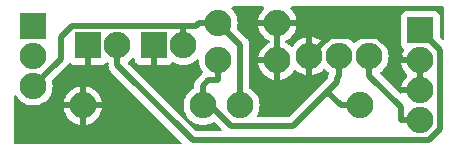
<source format=gbr>
%TF.GenerationSoftware,KiCad,Pcbnew,6.0.11+dfsg-1*%
%TF.CreationDate,2023-08-03T16:56:02+02:00*%
%TF.ProjectId,LittleJimmy,4c697474-6c65-44a6-996d-6d792e6b6963,2*%
%TF.SameCoordinates,Original*%
%TF.FileFunction,Copper,L2,Bot*%
%TF.FilePolarity,Positive*%
%FSLAX46Y46*%
G04 Gerber Fmt 4.6, Leading zero omitted, Abs format (unit mm)*
G04 Created by KiCad (PCBNEW 6.0.11+dfsg-1) date 2023-08-03 16:56:02*
%MOMM*%
%LPD*%
G01*
G04 APERTURE LIST*
%TA.AperFunction,ComponentPad*%
%ADD10O,2.250000X2.250000*%
%TD*%
%TA.AperFunction,ComponentPad*%
%ADD11R,2.250000X2.250000*%
%TD*%
%TA.AperFunction,Conductor*%
%ADD12C,0.500000*%
%TD*%
G04 APERTURE END LIST*
D10*
%TO.P,Q1,1,A*%
%TO.N,+5V*%
X79502000Y-33274000D03*
%TO.P,Q1,2,G*%
%TO.N,Net-(C4-Pad1)*%
X76962000Y-33274000D03*
%TO.P,Q1,3,K*%
%TO.N,GND*%
X74422000Y-33274000D03*
%TD*%
%TO.P,C1,1*%
%TO.N,VCC*%
X58175600Y-32385000D03*
D11*
%TO.P,C1,2*%
%TO.N,GND*%
X55675600Y-32385000D03*
%TD*%
D10*
%TO.P,C3,1*%
%TO.N,+5V*%
X66715000Y-30480000D03*
%TO.P,C3,2*%
%TO.N,GND*%
X71715000Y-30480000D03*
%TD*%
D11*
%TO.P,J1,1,Pin_1*%
%TO.N,VCC*%
X51054000Y-30749000D03*
D10*
%TO.P,J1,2,Pin_2*%
%TO.N,GND*%
X51054000Y-33289000D03*
%TO.P,J1,3,Pin_3*%
%TO.N,+5V*%
X51054000Y-35829000D03*
%TD*%
%TO.P,C4,1*%
%TO.N,Net-(C4-Pad1)*%
X66715000Y-33655000D03*
%TO.P,C4,2*%
%TO.N,GND*%
X71715000Y-33655000D03*
%TD*%
%TO.P,D1,1,K*%
%TO.N,+5V*%
X68580000Y-37465000D03*
%TO.P,D1,2,A*%
%TO.N,Net-(C4-Pad1)*%
X78740000Y-37465000D03*
%TD*%
%TO.P,R1,1*%
%TO.N,Net-(C4-Pad1)*%
X65405000Y-37465000D03*
%TO.P,R1,2*%
%TO.N,GND*%
X55245000Y-37465000D03*
%TD*%
%TO.P,C2,1*%
%TO.N,+5V*%
X63754000Y-32385000D03*
D11*
%TO.P,C2,2*%
%TO.N,GND*%
X61254000Y-32385000D03*
%TD*%
%TO.P,J2,1,Pin_1*%
%TO.N,VCC*%
X83820000Y-31115000D03*
D10*
%TO.P,J2,2,Pin_2*%
%TO.N,GND*%
X83820000Y-33655000D03*
%TO.P,J2,3,Pin_3*%
X83820000Y-36195000D03*
%TO.P,J2,4,Pin_4*%
%TO.N,+5V*%
X83820000Y-38735000D03*
%TD*%
D12*
%TO.N,VCC*%
X85504500Y-32799500D02*
X85504500Y-39466000D01*
X83820000Y-31115000D02*
X85504500Y-32799500D01*
X85504500Y-39466000D02*
X84545100Y-40425400D01*
X58175600Y-32385000D02*
X58175600Y-34060100D01*
X84545100Y-40425400D02*
X64540900Y-40425400D01*
X64540900Y-40425400D02*
X58175600Y-34060100D01*
%TO.N,GND*%
X82144900Y-33655000D02*
X82144900Y-33452500D01*
X83820000Y-33655000D02*
X82144900Y-33655000D01*
X71715000Y-30480000D02*
X71715000Y-33655000D01*
X82144900Y-33452500D02*
X80243500Y-31551100D01*
X83820000Y-36195000D02*
X83820000Y-33655000D01*
X76144900Y-31551100D02*
X74422000Y-33274000D01*
X80243500Y-31551100D02*
X76144900Y-31551100D01*
%TO.N,+5V*%
X79502000Y-33274000D02*
X79502000Y-34949100D01*
X82144900Y-38735000D02*
X82144900Y-37592000D01*
X68580000Y-32345000D02*
X66715000Y-30480000D01*
X63754000Y-32385000D02*
X63754000Y-30909900D01*
X65039900Y-30480000D02*
X64810000Y-30709900D01*
X68580000Y-37465000D02*
X68580000Y-32345000D01*
X63754000Y-30909900D02*
X63754000Y-30709900D01*
X64810000Y-30709900D02*
X63754000Y-30709900D01*
X66715000Y-30480000D02*
X65039900Y-30480000D01*
X54299400Y-30709900D02*
X53364800Y-31644500D01*
X83820000Y-38735000D02*
X82144900Y-38735000D01*
X82144900Y-37592000D02*
X79502000Y-34949100D01*
X63754000Y-30709900D02*
X54299400Y-30709900D01*
X53364800Y-31644500D02*
X53364800Y-33518200D01*
X53364800Y-33518200D02*
X51054000Y-35829000D01*
%TO.N,Net-(C4-Pad1)*%
X76766500Y-35491500D02*
X76766500Y-35144600D01*
X76766500Y-35144600D02*
X76962000Y-34949100D01*
X65864800Y-35330100D02*
X65405000Y-35789900D01*
X75929000Y-36329000D02*
X76766500Y-35491500D01*
X66715000Y-35330100D02*
X65864800Y-35330100D01*
X65405000Y-37465000D02*
X65405000Y-36827500D01*
X77064900Y-37465000D02*
X75929000Y-36329000D01*
X66715000Y-33655000D02*
X66715000Y-35330100D01*
X78740000Y-37465000D02*
X77064900Y-37465000D01*
X76962000Y-33274000D02*
X76962000Y-34949100D01*
X67764300Y-39186800D02*
X73071200Y-39186800D01*
X73071200Y-39186800D02*
X75929000Y-36329000D01*
X65405000Y-36827500D02*
X67764300Y-39186800D01*
X65405000Y-36827500D02*
X65405000Y-35789900D01*
%TD*%
%TA.AperFunction,Conductor*%
%TO.N,GND*%
G36*
X55871721Y-32151002D02*
G01*
X55918214Y-32204658D01*
X55929600Y-32257000D01*
X55929600Y-33999884D01*
X55934075Y-34015123D01*
X55935465Y-34016328D01*
X55943148Y-34017999D01*
X56845269Y-34017999D01*
X56852090Y-34017629D01*
X56902952Y-34012105D01*
X56918204Y-34008479D01*
X57038654Y-33963324D01*
X57054249Y-33954786D01*
X57156324Y-33878285D01*
X57168886Y-33865723D01*
X57190274Y-33837185D01*
X57247133Y-33794670D01*
X57317952Y-33789644D01*
X57380245Y-33823704D01*
X57414235Y-33886035D01*
X57417100Y-33912750D01*
X57417100Y-33993030D01*
X57415667Y-34011980D01*
X57413907Y-34023551D01*
X57412401Y-34033449D01*
X57412994Y-34040741D01*
X57412994Y-34040744D01*
X57416685Y-34086118D01*
X57417100Y-34096333D01*
X57417100Y-34104393D01*
X57417525Y-34108037D01*
X57420389Y-34132607D01*
X57420822Y-34136982D01*
X57423326Y-34167760D01*
X57426740Y-34209737D01*
X57428996Y-34216701D01*
X57430187Y-34222660D01*
X57431571Y-34228515D01*
X57432418Y-34235781D01*
X57457335Y-34304427D01*
X57458752Y-34308555D01*
X57478347Y-34369040D01*
X57481249Y-34377999D01*
X57485045Y-34384254D01*
X57487551Y-34389728D01*
X57490270Y-34395158D01*
X57492767Y-34402037D01*
X57496780Y-34408157D01*
X57496780Y-34408158D01*
X57532786Y-34463076D01*
X57535123Y-34466780D01*
X57573005Y-34529207D01*
X57576721Y-34533415D01*
X57576722Y-34533416D01*
X57580403Y-34537584D01*
X57580376Y-34537608D01*
X57583029Y-34540600D01*
X57585732Y-34543833D01*
X57589744Y-34549952D01*
X57595056Y-34554984D01*
X57645983Y-34603228D01*
X57648425Y-34605606D01*
X63594224Y-40551405D01*
X63628250Y-40613717D01*
X63623185Y-40684532D01*
X63580638Y-40741368D01*
X63514118Y-40766179D01*
X63505129Y-40766500D01*
X49529500Y-40766500D01*
X49461379Y-40746498D01*
X49414886Y-40692842D01*
X49403500Y-40640500D01*
X49403500Y-37729681D01*
X53629142Y-37729681D01*
X53685967Y-37966373D01*
X53689016Y-37975758D01*
X53783592Y-38204085D01*
X53788073Y-38212879D01*
X53917208Y-38423608D01*
X53923001Y-38431581D01*
X54083516Y-38619520D01*
X54090480Y-38626484D01*
X54278419Y-38786999D01*
X54286392Y-38792792D01*
X54497121Y-38921927D01*
X54505915Y-38926408D01*
X54734242Y-39020984D01*
X54743627Y-39024033D01*
X54978608Y-39080447D01*
X54988029Y-39078469D01*
X54991000Y-39067002D01*
X54991000Y-39064945D01*
X55499000Y-39064945D01*
X55503344Y-39079738D01*
X55509681Y-39080858D01*
X55746373Y-39024033D01*
X55755758Y-39020984D01*
X55984085Y-38926408D01*
X55992879Y-38921927D01*
X56203608Y-38792792D01*
X56211581Y-38786999D01*
X56399520Y-38626484D01*
X56406484Y-38619520D01*
X56566999Y-38431581D01*
X56572792Y-38423608D01*
X56701927Y-38212879D01*
X56706408Y-38204085D01*
X56800984Y-37975758D01*
X56804033Y-37966373D01*
X56860447Y-37731392D01*
X56858469Y-37721971D01*
X56847002Y-37719000D01*
X55517115Y-37719000D01*
X55501876Y-37723475D01*
X55500671Y-37724865D01*
X55499000Y-37732548D01*
X55499000Y-39064945D01*
X54991000Y-39064945D01*
X54991000Y-37737115D01*
X54986525Y-37721876D01*
X54985135Y-37720671D01*
X54977452Y-37719000D01*
X53645055Y-37719000D01*
X53630262Y-37723344D01*
X53629142Y-37729681D01*
X49403500Y-37729681D01*
X49403500Y-36708717D01*
X49423502Y-36640596D01*
X49477158Y-36594103D01*
X49547432Y-36583999D01*
X49612012Y-36613493D01*
X49636933Y-36642882D01*
X49728384Y-36792116D01*
X49895369Y-36987631D01*
X50090884Y-37154616D01*
X50310113Y-37288960D01*
X50314683Y-37290853D01*
X50314687Y-37290855D01*
X50543087Y-37385461D01*
X50547660Y-37387355D01*
X50607432Y-37401705D01*
X50792861Y-37446223D01*
X50792867Y-37446224D01*
X50797674Y-37447378D01*
X51054000Y-37467551D01*
X51310326Y-37447378D01*
X51315133Y-37446224D01*
X51315139Y-37446223D01*
X51500568Y-37401705D01*
X51560340Y-37387355D01*
X51564913Y-37385461D01*
X51793313Y-37290855D01*
X51793317Y-37290853D01*
X51797887Y-37288960D01*
X51945328Y-37198608D01*
X53629553Y-37198608D01*
X53631531Y-37208029D01*
X53642998Y-37211000D01*
X54972885Y-37211000D01*
X54988124Y-37206525D01*
X54989329Y-37205135D01*
X54991000Y-37197452D01*
X54991000Y-37192885D01*
X55499000Y-37192885D01*
X55503475Y-37208124D01*
X55504865Y-37209329D01*
X55512548Y-37211000D01*
X56844945Y-37211000D01*
X56859738Y-37206656D01*
X56860858Y-37200319D01*
X56804033Y-36963627D01*
X56800984Y-36954242D01*
X56706408Y-36725915D01*
X56701927Y-36717121D01*
X56572792Y-36506392D01*
X56566999Y-36498419D01*
X56406484Y-36310480D01*
X56399520Y-36303516D01*
X56211581Y-36143001D01*
X56203608Y-36137208D01*
X55992879Y-36008073D01*
X55984085Y-36003592D01*
X55755758Y-35909016D01*
X55746373Y-35905967D01*
X55511392Y-35849553D01*
X55501971Y-35851531D01*
X55499000Y-35862998D01*
X55499000Y-37192885D01*
X54991000Y-37192885D01*
X54991000Y-35865055D01*
X54986656Y-35850262D01*
X54980319Y-35849142D01*
X54743627Y-35905967D01*
X54734242Y-35909016D01*
X54505915Y-36003592D01*
X54497121Y-36008073D01*
X54286392Y-36137208D01*
X54278419Y-36143001D01*
X54090480Y-36303516D01*
X54083516Y-36310480D01*
X53923001Y-36498419D01*
X53917208Y-36506392D01*
X53788073Y-36717121D01*
X53783592Y-36725915D01*
X53689016Y-36954242D01*
X53685967Y-36963627D01*
X53629553Y-37198608D01*
X51945328Y-37198608D01*
X52017116Y-37154616D01*
X52212631Y-36987631D01*
X52379616Y-36792116D01*
X52513960Y-36572887D01*
X52518480Y-36561976D01*
X52610461Y-36339913D01*
X52610462Y-36339911D01*
X52612355Y-36335340D01*
X52651913Y-36170568D01*
X52671223Y-36090139D01*
X52671224Y-36090133D01*
X52672378Y-36085326D01*
X52692551Y-35829000D01*
X52672378Y-35572674D01*
X52666659Y-35548850D01*
X52645009Y-35458675D01*
X52632828Y-35407936D01*
X52636375Y-35337030D01*
X52666252Y-35289429D01*
X53853711Y-34101970D01*
X53868123Y-34089584D01*
X53879718Y-34081051D01*
X53879723Y-34081046D01*
X53885618Y-34076708D01*
X53890357Y-34071130D01*
X53890360Y-34071127D01*
X53919835Y-34036432D01*
X53926765Y-34028916D01*
X53932461Y-34023220D01*
X53934724Y-34020359D01*
X53934729Y-34020354D01*
X53950093Y-34000934D01*
X53952882Y-33997533D01*
X53956708Y-33993030D01*
X54000133Y-33941915D01*
X54003460Y-33935400D01*
X54006809Y-33930379D01*
X54009992Y-33925225D01*
X54014534Y-33919484D01*
X54016606Y-33915050D01*
X54068678Y-33868270D01*
X54138759Y-33856907D01*
X54198632Y-33881100D01*
X54296951Y-33954786D01*
X54312546Y-33963324D01*
X54432994Y-34008478D01*
X54448249Y-34012105D01*
X54499114Y-34017631D01*
X54505928Y-34018000D01*
X55403485Y-34018000D01*
X55418724Y-34013525D01*
X55419929Y-34012135D01*
X55421600Y-34004452D01*
X55421600Y-32257000D01*
X55441602Y-32188879D01*
X55495258Y-32142386D01*
X55547600Y-32131000D01*
X55803600Y-32131000D01*
X55871721Y-32151002D01*
G37*
%TD.AperFunction*%
%TA.AperFunction,Conductor*%
G36*
X61450121Y-32151002D02*
G01*
X61496614Y-32204658D01*
X61508000Y-32257000D01*
X61508000Y-33999884D01*
X61512475Y-34015123D01*
X61513865Y-34016328D01*
X61521548Y-34017999D01*
X62423669Y-34017999D01*
X62430490Y-34017629D01*
X62481352Y-34012105D01*
X62496604Y-34008479D01*
X62617054Y-33963324D01*
X62632649Y-33954786D01*
X62734724Y-33878285D01*
X62747284Y-33865725D01*
X62771848Y-33832949D01*
X62828707Y-33790433D01*
X62899526Y-33785407D01*
X62938506Y-33801079D01*
X63010113Y-33844960D01*
X63014683Y-33846853D01*
X63014685Y-33846854D01*
X63216333Y-33930379D01*
X63247660Y-33943355D01*
X63295274Y-33954786D01*
X63492861Y-34002223D01*
X63492867Y-34002224D01*
X63497674Y-34003378D01*
X63754000Y-34023551D01*
X64010326Y-34003378D01*
X64015133Y-34002224D01*
X64015139Y-34002223D01*
X64212726Y-33954786D01*
X64260340Y-33943355D01*
X64291667Y-33930379D01*
X64493313Y-33846855D01*
X64493317Y-33846853D01*
X64497887Y-33844960D01*
X64717116Y-33710616D01*
X64720876Y-33707404D01*
X64720881Y-33707401D01*
X64850872Y-33596378D01*
X64869879Y-33580145D01*
X64934667Y-33551114D01*
X65004867Y-33561719D01*
X65058190Y-33608594D01*
X65077320Y-33666070D01*
X65096622Y-33911326D01*
X65097776Y-33916133D01*
X65097777Y-33916139D01*
X65122205Y-34017887D01*
X65156645Y-34161340D01*
X65158538Y-34165911D01*
X65158539Y-34165913D01*
X65245237Y-34375220D01*
X65255040Y-34398887D01*
X65257626Y-34403107D01*
X65380174Y-34603087D01*
X65398712Y-34671621D01*
X65377256Y-34739297D01*
X65364214Y-34755575D01*
X65321672Y-34800483D01*
X65319294Y-34802925D01*
X64916089Y-35206130D01*
X64901677Y-35218516D01*
X64890082Y-35227049D01*
X64890077Y-35227054D01*
X64884182Y-35231392D01*
X64879443Y-35236970D01*
X64879440Y-35236973D01*
X64849965Y-35271668D01*
X64843035Y-35279184D01*
X64837340Y-35284879D01*
X64835060Y-35287761D01*
X64819719Y-35307151D01*
X64816928Y-35310555D01*
X64779990Y-35354034D01*
X64769667Y-35366185D01*
X64766339Y-35372701D01*
X64762972Y-35377750D01*
X64759805Y-35382879D01*
X64755266Y-35388616D01*
X64724345Y-35454775D01*
X64722442Y-35458669D01*
X64689231Y-35523708D01*
X64687492Y-35530816D01*
X64685393Y-35536459D01*
X64683476Y-35542222D01*
X64680378Y-35548850D01*
X64678888Y-35556012D01*
X64678888Y-35556013D01*
X64665514Y-35620312D01*
X64664544Y-35624596D01*
X64647192Y-35695510D01*
X64646500Y-35706664D01*
X64646464Y-35706662D01*
X64646225Y-35710655D01*
X64645851Y-35714847D01*
X64644360Y-35722015D01*
X64644558Y-35729332D01*
X64646454Y-35799421D01*
X64646500Y-35802828D01*
X64646500Y-35943431D01*
X64626498Y-36011552D01*
X64586335Y-36050864D01*
X64524756Y-36088600D01*
X64441884Y-36139384D01*
X64246369Y-36306369D01*
X64079384Y-36501884D01*
X63945040Y-36721113D01*
X63943147Y-36725683D01*
X63943145Y-36725687D01*
X63848539Y-36954087D01*
X63846645Y-36958660D01*
X63845490Y-36963472D01*
X63788628Y-37200319D01*
X63786622Y-37208674D01*
X63766449Y-37465000D01*
X63786622Y-37721326D01*
X63787776Y-37726133D01*
X63787777Y-37726139D01*
X63822142Y-37869276D01*
X63846645Y-37971340D01*
X63848538Y-37975911D01*
X63848539Y-37975913D01*
X63937056Y-38189611D01*
X63945040Y-38208887D01*
X64079384Y-38428116D01*
X64246369Y-38623631D01*
X64441884Y-38790616D01*
X64661113Y-38924960D01*
X64665683Y-38926853D01*
X64665687Y-38926855D01*
X64894087Y-39021461D01*
X64898660Y-39023355D01*
X64985502Y-39044204D01*
X65143861Y-39082223D01*
X65143867Y-39082224D01*
X65148674Y-39083378D01*
X65405000Y-39103551D01*
X65661326Y-39083378D01*
X65666133Y-39082224D01*
X65666139Y-39082223D01*
X65824498Y-39044204D01*
X65911340Y-39023355D01*
X65915913Y-39021461D01*
X66144313Y-38926855D01*
X66144317Y-38926853D01*
X66148887Y-38924960D01*
X66153106Y-38922374D01*
X66153113Y-38922371D01*
X66238360Y-38870132D01*
X66306893Y-38851594D01*
X66374570Y-38873051D01*
X66393289Y-38888470D01*
X66956624Y-39451805D01*
X66990650Y-39514117D01*
X66985585Y-39584932D01*
X66943038Y-39641768D01*
X66876518Y-39666579D01*
X66867529Y-39666900D01*
X64907271Y-39666900D01*
X64839150Y-39646898D01*
X64818176Y-39629995D01*
X59102974Y-33914793D01*
X59068948Y-33852481D01*
X59074013Y-33781666D01*
X59116560Y-33724830D01*
X59126234Y-33718265D01*
X59134499Y-33713200D01*
X59138716Y-33710616D01*
X59334231Y-33543631D01*
X59399191Y-33467572D01*
X59458641Y-33428764D01*
X59529635Y-33428258D01*
X59589634Y-33466214D01*
X59619587Y-33530582D01*
X59621001Y-33549404D01*
X59621001Y-33554669D01*
X59621371Y-33561490D01*
X59626895Y-33612352D01*
X59630521Y-33627604D01*
X59675676Y-33748054D01*
X59684214Y-33763649D01*
X59760715Y-33865724D01*
X59773276Y-33878285D01*
X59875351Y-33954786D01*
X59890946Y-33963324D01*
X60011394Y-34008478D01*
X60026649Y-34012105D01*
X60077514Y-34017631D01*
X60084328Y-34018000D01*
X60981885Y-34018000D01*
X60997124Y-34013525D01*
X60998329Y-34012135D01*
X61000000Y-34004452D01*
X61000000Y-32257000D01*
X61020002Y-32188879D01*
X61073658Y-32142386D01*
X61126000Y-32131000D01*
X61382000Y-32131000D01*
X61450121Y-32151002D01*
G37*
%TD.AperFunction*%
%TA.AperFunction,Conductor*%
G36*
X70562231Y-29103502D02*
G01*
X70608724Y-29157158D01*
X70618828Y-29227432D01*
X70589334Y-29292012D01*
X70575941Y-29305311D01*
X70560480Y-29318516D01*
X70553516Y-29325480D01*
X70393001Y-29513419D01*
X70387208Y-29521392D01*
X70258073Y-29732121D01*
X70253592Y-29740915D01*
X70159016Y-29969242D01*
X70155967Y-29978627D01*
X70099553Y-30213608D01*
X70101531Y-30223029D01*
X70112998Y-30226000D01*
X73314945Y-30226000D01*
X73329738Y-30221656D01*
X73330858Y-30215319D01*
X73274033Y-29978627D01*
X73270984Y-29969242D01*
X73176408Y-29740915D01*
X73171927Y-29732121D01*
X73042792Y-29521392D01*
X73036999Y-29513419D01*
X72876484Y-29325480D01*
X72869520Y-29318516D01*
X72854059Y-29305311D01*
X72815250Y-29245860D01*
X72814744Y-29174865D01*
X72852700Y-29114867D01*
X72917069Y-29084914D01*
X72935890Y-29083500D01*
X85725500Y-29083500D01*
X85793621Y-29103502D01*
X85840114Y-29157158D01*
X85851500Y-29209500D01*
X85851500Y-31769629D01*
X85831498Y-31837750D01*
X85777842Y-31884243D01*
X85707568Y-31894347D01*
X85642988Y-31864853D01*
X85636405Y-31858724D01*
X85490405Y-31712724D01*
X85456379Y-31650412D01*
X85453500Y-31623629D01*
X85453500Y-29941866D01*
X85446745Y-29879684D01*
X85395615Y-29743295D01*
X85308261Y-29626739D01*
X85191705Y-29539385D01*
X85055316Y-29488255D01*
X84993134Y-29481500D01*
X82646866Y-29481500D01*
X82584684Y-29488255D01*
X82448295Y-29539385D01*
X82331739Y-29626739D01*
X82244385Y-29743295D01*
X82193255Y-29879684D01*
X82186500Y-29941866D01*
X82186500Y-32288134D01*
X82193255Y-32350316D01*
X82244385Y-32486705D01*
X82331739Y-32603261D01*
X82338919Y-32608642D01*
X82338920Y-32608643D01*
X82388988Y-32646167D01*
X82431503Y-32703026D01*
X82436529Y-32773845D01*
X82420856Y-32812828D01*
X82363073Y-32907121D01*
X82358592Y-32915915D01*
X82264016Y-33144242D01*
X82260967Y-33153627D01*
X82204553Y-33388608D01*
X82206531Y-33398029D01*
X82217998Y-33401000D01*
X83948000Y-33401000D01*
X84016121Y-33421002D01*
X84062614Y-33474658D01*
X84074000Y-33527000D01*
X84074000Y-36323000D01*
X84053998Y-36391121D01*
X84000342Y-36437614D01*
X83948000Y-36449000D01*
X82220057Y-36449000D01*
X82179332Y-36460958D01*
X82108335Y-36460958D01*
X82054738Y-36429157D01*
X80429374Y-34803793D01*
X80395348Y-34741481D01*
X80400413Y-34670666D01*
X80442960Y-34613830D01*
X80452634Y-34607265D01*
X80455341Y-34605606D01*
X80465116Y-34599616D01*
X80660631Y-34432631D01*
X80827616Y-34237116D01*
X80961960Y-34017887D01*
X80965858Y-34008478D01*
X81002639Y-33919681D01*
X82204142Y-33919681D01*
X82260967Y-34156373D01*
X82264016Y-34165758D01*
X82358592Y-34394085D01*
X82363073Y-34402879D01*
X82492208Y-34613608D01*
X82498001Y-34621581D01*
X82658509Y-34809512D01*
X82665484Y-34816487D01*
X82680356Y-34829188D01*
X82719165Y-34888639D01*
X82719673Y-34959633D01*
X82680356Y-35020812D01*
X82665484Y-35033513D01*
X82658509Y-35040488D01*
X82498001Y-35228419D01*
X82492208Y-35236392D01*
X82363073Y-35447121D01*
X82358592Y-35455915D01*
X82264016Y-35684242D01*
X82260967Y-35693627D01*
X82204553Y-35928608D01*
X82206531Y-35938029D01*
X82217998Y-35941000D01*
X83547885Y-35941000D01*
X83563124Y-35936525D01*
X83564329Y-35935135D01*
X83566000Y-35927452D01*
X83566000Y-33927115D01*
X83561525Y-33911876D01*
X83560135Y-33910671D01*
X83552452Y-33909000D01*
X82220055Y-33909000D01*
X82205262Y-33913344D01*
X82204142Y-33919681D01*
X81002639Y-33919681D01*
X81058461Y-33784913D01*
X81058462Y-33784911D01*
X81060355Y-33780340D01*
X81087789Y-33666070D01*
X81119223Y-33535139D01*
X81119224Y-33535133D01*
X81120378Y-33530326D01*
X81140551Y-33274000D01*
X81120378Y-33017674D01*
X81060355Y-32767660D01*
X81028442Y-32690615D01*
X80963855Y-32534687D01*
X80963853Y-32534683D01*
X80961960Y-32530113D01*
X80827616Y-32310884D01*
X80660631Y-32115369D01*
X80465116Y-31948384D01*
X80245887Y-31814040D01*
X80241317Y-31812147D01*
X80241313Y-31812145D01*
X80012913Y-31717539D01*
X80012911Y-31717538D01*
X80008340Y-31715645D01*
X79921498Y-31694796D01*
X79763139Y-31656777D01*
X79763133Y-31656776D01*
X79758326Y-31655622D01*
X79502000Y-31635449D01*
X79245674Y-31655622D01*
X79240867Y-31656776D01*
X79240861Y-31656777D01*
X79082502Y-31694796D01*
X78995660Y-31715645D01*
X78991089Y-31717538D01*
X78991087Y-31717539D01*
X78762687Y-31812145D01*
X78762683Y-31812147D01*
X78758113Y-31814040D01*
X78538884Y-31948384D01*
X78343369Y-32115369D01*
X78327809Y-32133587D01*
X78268360Y-32172395D01*
X78197366Y-32172901D01*
X78136191Y-32133587D01*
X78120631Y-32115369D01*
X77925116Y-31948384D01*
X77705887Y-31814040D01*
X77701317Y-31812147D01*
X77701313Y-31812145D01*
X77472913Y-31717539D01*
X77472911Y-31717538D01*
X77468340Y-31715645D01*
X77381498Y-31694796D01*
X77223139Y-31656777D01*
X77223133Y-31656776D01*
X77218326Y-31655622D01*
X76962000Y-31635449D01*
X76705674Y-31655622D01*
X76700867Y-31656776D01*
X76700861Y-31656777D01*
X76542502Y-31694796D01*
X76455660Y-31715645D01*
X76451089Y-31717538D01*
X76451087Y-31717539D01*
X76222687Y-31812145D01*
X76222683Y-31812147D01*
X76218113Y-31814040D01*
X75998884Y-31948384D01*
X75803369Y-32115369D01*
X75787481Y-32133972D01*
X75728031Y-32172780D01*
X75657036Y-32173286D01*
X75595861Y-32133972D01*
X75583490Y-32119487D01*
X75576512Y-32112509D01*
X75388581Y-31952001D01*
X75380608Y-31946208D01*
X75169879Y-31817073D01*
X75161085Y-31812592D01*
X74932758Y-31718016D01*
X74923373Y-31714967D01*
X74688392Y-31658553D01*
X74678971Y-31660531D01*
X74676000Y-31671998D01*
X74676000Y-34873945D01*
X74680344Y-34888738D01*
X74686681Y-34889858D01*
X74923373Y-34833033D01*
X74932758Y-34829984D01*
X75161085Y-34735408D01*
X75169879Y-34730927D01*
X75380608Y-34601792D01*
X75388581Y-34595999D01*
X75576512Y-34435491D01*
X75583490Y-34428513D01*
X75595861Y-34414028D01*
X75655312Y-34375220D01*
X75726307Y-34374714D01*
X75787481Y-34414028D01*
X75803369Y-34432631D01*
X75998884Y-34599616D01*
X76008659Y-34605606D01*
X76046759Y-34628954D01*
X76094390Y-34681601D01*
X76105997Y-34751643D01*
X76095072Y-34789734D01*
X76088907Y-34802925D01*
X76085869Y-34809425D01*
X76083942Y-34813369D01*
X76050731Y-34878408D01*
X76048992Y-34885516D01*
X76046893Y-34891159D01*
X76044976Y-34896922D01*
X76041878Y-34903550D01*
X76040388Y-34910712D01*
X76040388Y-34910713D01*
X76027014Y-34975012D01*
X76026044Y-34979296D01*
X76008692Y-35050210D01*
X76008000Y-35061364D01*
X76007964Y-35061362D01*
X76007725Y-35065355D01*
X76007351Y-35069547D01*
X76005860Y-35076715D01*
X76006938Y-35116537D01*
X76007101Y-35122574D01*
X75988949Y-35191210D01*
X75970242Y-35215077D01*
X75412361Y-35772958D01*
X75406669Y-35778308D01*
X75360618Y-35818975D01*
X75356396Y-35824948D01*
X75356390Y-35824955D01*
X75353013Y-35829734D01*
X75339214Y-35846105D01*
X72793924Y-38391395D01*
X72731612Y-38425421D01*
X72704829Y-38428300D01*
X70130493Y-38428300D01*
X70062372Y-38408298D01*
X70015879Y-38354642D01*
X70005775Y-38284368D01*
X70023061Y-38236465D01*
X70037369Y-38213117D01*
X70037375Y-38213106D01*
X70039960Y-38208887D01*
X70047945Y-38189611D01*
X70136461Y-37975913D01*
X70136462Y-37975911D01*
X70138355Y-37971340D01*
X70162858Y-37869276D01*
X70197223Y-37726139D01*
X70197224Y-37726133D01*
X70198378Y-37721326D01*
X70218551Y-37465000D01*
X70198378Y-37208674D01*
X70196373Y-37200319D01*
X70139510Y-36963472D01*
X70138355Y-36958660D01*
X70136461Y-36954087D01*
X70041855Y-36725687D01*
X70041853Y-36725683D01*
X70039960Y-36721113D01*
X69905616Y-36501884D01*
X69738631Y-36306369D01*
X69543116Y-36139384D01*
X69460244Y-36088600D01*
X69398665Y-36050864D01*
X69351034Y-35998216D01*
X69338500Y-35943431D01*
X69338500Y-33919681D01*
X70099142Y-33919681D01*
X70155967Y-34156373D01*
X70159016Y-34165758D01*
X70253592Y-34394085D01*
X70258073Y-34402879D01*
X70387208Y-34613608D01*
X70393001Y-34621581D01*
X70553516Y-34809520D01*
X70560480Y-34816484D01*
X70748419Y-34976999D01*
X70756392Y-34982792D01*
X70967121Y-35111927D01*
X70975915Y-35116408D01*
X71204242Y-35210984D01*
X71213627Y-35214033D01*
X71448608Y-35270447D01*
X71458029Y-35268469D01*
X71461000Y-35257002D01*
X71461000Y-35254945D01*
X71969000Y-35254945D01*
X71973344Y-35269738D01*
X71979681Y-35270858D01*
X72216373Y-35214033D01*
X72225758Y-35210984D01*
X72454085Y-35116408D01*
X72462879Y-35111927D01*
X72673608Y-34982792D01*
X72681581Y-34976999D01*
X72869520Y-34816484D01*
X72876484Y-34809520D01*
X73036999Y-34621581D01*
X73042792Y-34613608D01*
X73114557Y-34496498D01*
X73167205Y-34448867D01*
X73237246Y-34437260D01*
X73303821Y-34466522D01*
X73455419Y-34595999D01*
X73463392Y-34601792D01*
X73674121Y-34730927D01*
X73682915Y-34735408D01*
X73911242Y-34829984D01*
X73920627Y-34833033D01*
X74155608Y-34889447D01*
X74165029Y-34887469D01*
X74168000Y-34876002D01*
X74168000Y-31674055D01*
X74163656Y-31659262D01*
X74157319Y-31658142D01*
X73920627Y-31714967D01*
X73911242Y-31718016D01*
X73682915Y-31812592D01*
X73674121Y-31817073D01*
X73463392Y-31946208D01*
X73455419Y-31952001D01*
X73267480Y-32112516D01*
X73260516Y-32119480D01*
X73100001Y-32307419D01*
X73094208Y-32315392D01*
X73022443Y-32432502D01*
X72969795Y-32480133D01*
X72899754Y-32491740D01*
X72833179Y-32462478D01*
X72681581Y-32333001D01*
X72673608Y-32327208D01*
X72462879Y-32198073D01*
X72454085Y-32193592D01*
X72430707Y-32183909D01*
X72375426Y-32139361D01*
X72353005Y-32071998D01*
X72370563Y-32003206D01*
X72422525Y-31954828D01*
X72430707Y-31951091D01*
X72454085Y-31941408D01*
X72462879Y-31936927D01*
X72673608Y-31807792D01*
X72681581Y-31801999D01*
X72869520Y-31641484D01*
X72876484Y-31634520D01*
X73036999Y-31446581D01*
X73042792Y-31438608D01*
X73171927Y-31227879D01*
X73176408Y-31219085D01*
X73270984Y-30990758D01*
X73274033Y-30981373D01*
X73330447Y-30746392D01*
X73328469Y-30736971D01*
X73317002Y-30734000D01*
X71987115Y-30734000D01*
X71971876Y-30738475D01*
X71970671Y-30739865D01*
X71969000Y-30747548D01*
X71969000Y-35254945D01*
X71461000Y-35254945D01*
X71461000Y-33927115D01*
X71456525Y-33911876D01*
X71455135Y-33910671D01*
X71447452Y-33909000D01*
X70115055Y-33909000D01*
X70100262Y-33913344D01*
X70099142Y-33919681D01*
X69338500Y-33919681D01*
X69338500Y-32412069D01*
X69339933Y-32393118D01*
X69342099Y-32378883D01*
X69342099Y-32378881D01*
X69343199Y-32371651D01*
X69342066Y-32357715D01*
X69338915Y-32318982D01*
X69338500Y-32308767D01*
X69338500Y-32300707D01*
X69335211Y-32272493D01*
X69334778Y-32268118D01*
X69329454Y-32202661D01*
X69329453Y-32202658D01*
X69328860Y-32195363D01*
X69326604Y-32188399D01*
X69325413Y-32182440D01*
X69324029Y-32176585D01*
X69323182Y-32169319D01*
X69298265Y-32100673D01*
X69296848Y-32096545D01*
X69276607Y-32034064D01*
X69276606Y-32034062D01*
X69274351Y-32027101D01*
X69270555Y-32020846D01*
X69268049Y-32015372D01*
X69265330Y-32009942D01*
X69262833Y-32003063D01*
X69222809Y-31942016D01*
X69220472Y-31938312D01*
X69185509Y-31880693D01*
X69185505Y-31880688D01*
X69182595Y-31875892D01*
X69175197Y-31867516D01*
X69175223Y-31867493D01*
X69172574Y-31864503D01*
X69169866Y-31861264D01*
X69165856Y-31855148D01*
X69160549Y-31850121D01*
X69160546Y-31850117D01*
X69109617Y-31801872D01*
X69107175Y-31799494D01*
X68327252Y-31019571D01*
X68293226Y-30957259D01*
X68293828Y-30901062D01*
X68331373Y-30744681D01*
X70099142Y-30744681D01*
X70155967Y-30981373D01*
X70159016Y-30990758D01*
X70253592Y-31219085D01*
X70258073Y-31227879D01*
X70387208Y-31438608D01*
X70393001Y-31446581D01*
X70553516Y-31634520D01*
X70560480Y-31641484D01*
X70748419Y-31801999D01*
X70756392Y-31807792D01*
X70967121Y-31936927D01*
X70975915Y-31941408D01*
X70999293Y-31951091D01*
X71054574Y-31995639D01*
X71076995Y-32063002D01*
X71059437Y-32131794D01*
X71007475Y-32180172D01*
X70999293Y-32183909D01*
X70975915Y-32193592D01*
X70967121Y-32198073D01*
X70756392Y-32327208D01*
X70748419Y-32333001D01*
X70560480Y-32493516D01*
X70553516Y-32500480D01*
X70393001Y-32688419D01*
X70387208Y-32696392D01*
X70258073Y-32907121D01*
X70253592Y-32915915D01*
X70159016Y-33144242D01*
X70155967Y-33153627D01*
X70099553Y-33388608D01*
X70101531Y-33398029D01*
X70112998Y-33401000D01*
X71442885Y-33401000D01*
X71458124Y-33396525D01*
X71459329Y-33395135D01*
X71461000Y-33387452D01*
X71461000Y-30752115D01*
X71456525Y-30736876D01*
X71455135Y-30735671D01*
X71447452Y-30734000D01*
X70115055Y-30734000D01*
X70100262Y-30738344D01*
X70099142Y-30744681D01*
X68331373Y-30744681D01*
X68332223Y-30741139D01*
X68332224Y-30741133D01*
X68333378Y-30736326D01*
X68353551Y-30480000D01*
X68333378Y-30223674D01*
X68331373Y-30215319D01*
X68282870Y-30013293D01*
X68273355Y-29973660D01*
X68269837Y-29965167D01*
X68176855Y-29740687D01*
X68176853Y-29740683D01*
X68174960Y-29736113D01*
X68040616Y-29516884D01*
X67873631Y-29321369D01*
X67854829Y-29305311D01*
X67816020Y-29245862D01*
X67815512Y-29174867D01*
X67853468Y-29114868D01*
X67917836Y-29084914D01*
X67936659Y-29083500D01*
X70494110Y-29083500D01*
X70562231Y-29103502D01*
G37*
%TD.AperFunction*%
%TD*%
M02*

</source>
